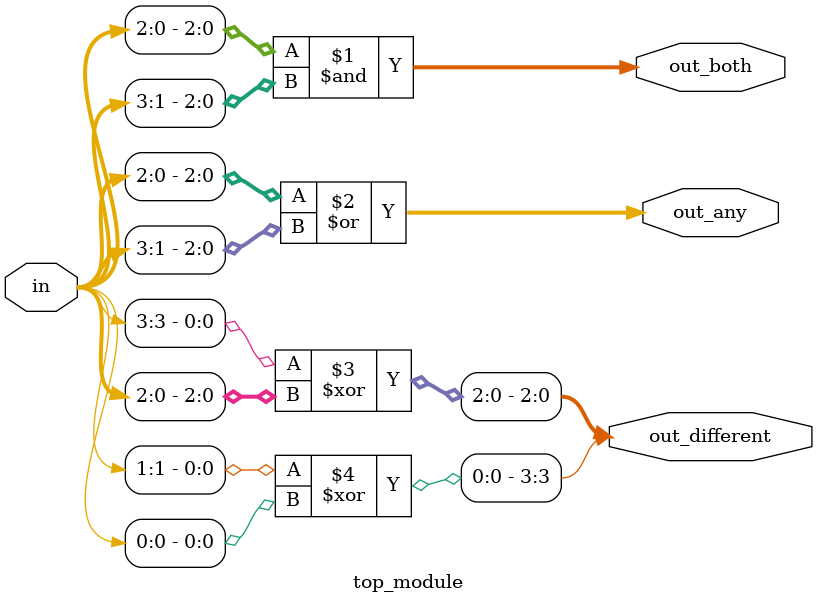
<source format=sv>
module top_module (
	input [3:0] in,
	output [2:0] out_both,
	output [3:1] out_any,
	output [3:0] out_different
);

	assign out_both = in[2:0] & in[3:1];
	assign out_any = in[2:0] | in[3:1];
	assign out_different = {in[3], in[2] ^ in[1], in[1] ^ in[0], in[3] ^ in[2:0]};

endmodule

</source>
